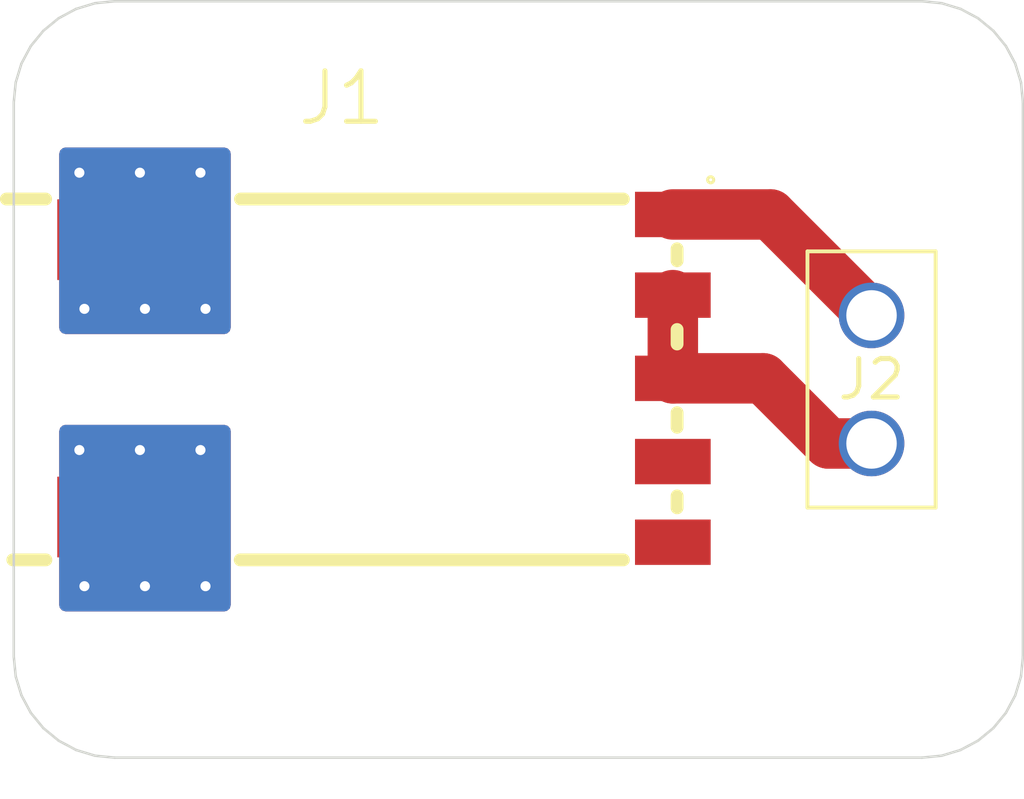
<source format=kicad_pcb>
(kicad_pcb (version 20211014) (generator pcbnew)
  (layers (0 "F.Cu" signal) (31 "B.Cu" signal) (34 "B.Paste" user) (35 "F.Paste" user) (36 "B.SilkS" user "B.Silkscreen") (37 "F.SilkS" user "F.Silkscreen") (38 "B.Mask" user) (39 "F.Mask" user) (44 "Edge.Cuts" user))
  (net 0 "")
  (net 1 "NEG")
  (net 2 "POS")
  (net 3 "6")
  (footprint "jack:pin_header_pkg" (layer "F.Cu") (at 155.5 105)
    (fp_text reference "J2" (at 0 0) (layer "F.SilkS") (effects (font (size 0.762 0.762) (thickness 0.1))))
    (fp_text value "" (at 0 0) (layer "F.SilkS") (effects (font (size 1.27 1.27))))
    (fp_line (start 1.27 -2.54) (end -1.27 -2.54) (layer "F.SilkS") (width 0.0762))
    (fp_line (start 1.27 2.54) (end 1.27 -2.54) (layer "F.SilkS") (width 0.0762))
    (fp_line (start -1.27 -2.54) (end -1.27 2.54) (layer "F.SilkS") (width 0.0762))
    (fp_line (start -1.27 2.54) (end 1.27 2.54) (layer "F.SilkS") (width 0.0762))
    (pad "1" thru_hole circle locked (at 0 -1.27) (size 1.3 1.3) (drill 1) (layers *.Cu) (net 1 "NEG"))
    (pad "2" thru_hole circle locked (at 0 1.27) (size 1.3 1.3) (drill 1) (layers *.Cu) (net 2 "POS"))
  )
  (footprint "jack:C145801_12" (layer "F.Cu") (at 145 105)
    (fp_text reference "J1" (at 0 -5.577978) (layer "F.SilkS") (effects (font (thickness 0.1))))
    (fp_text value "" (at 0 0) (layer "F.SilkS") (effects (font (size 1.27 1.27))))
    (fp_line (start -6.64605 -3.577978) (end -5.868987 -3.577978) (layer "F.SilkS") (width 0.254001))
    (fp_line (start -5.863526 3.577978) (end -6.518034 3.577978) (layer "F.SilkS") (width 0.254001))
    (fp_line (start 6.64605 2.309754) (end 6.64605 2.545974) (layer "F.SilkS") (width 0.254001))
    (fp_line (start 6.64605 -2.590932) (end 6.64605 -2.353188) (layer "F.SilkS") (width 0.254001))
    (fp_line (start 6.64605 -0.990729) (end 6.64605 -0.702692) (layer "F.SilkS") (width 0.254001))
    (fp_line (start -2.006985 -3.577978) (end 5.580772 -3.577978) (layer "F.SilkS") (width 0.254001))
    (fp_line (start 6.64605 0.65875) (end 6.64605 0.948311) (layer "F.SilkS") (width 0.254001))
    (fp_line (start 5.581534 3.577978) (end -2.012522 3.577978) (layer "F.SilkS") (width 0.254001))
    (fp_arc (start 7.342037 -3.958979) (mid 7.282043 -3.958979) (end 7.342037 -3.958979) (layer "F.SilkS") (width 0.059995))
    (pad "1" smd rect locked (at 6.561976 -3.271908) (size 1.5 0.9) (layers "F.Cu" "F.Paste" "F.Mask") (net 1 "NEG"))
    (pad "2" smd rect locked (at 6.561976 -1.671958) (size 1.5 0.9) (layers "F.Cu" "F.Paste" "F.Mask") (net 2 "POS"))
    (pad "3" smd rect locked (at 6.561976 1.629032) (size 1.5 0.9) (layers "F.Cu" "F.Paste" "F.Mask"))
    (pad "4" smd rect locked (at 6.561976 3.227965) (size 1.5 0.9) (layers "F.Cu" "F.Paste" "F.Mask"))
    (pad "5" smd rect locked (at 6.561976 -0.021971) (size 1.5 0.9) (layers "F.Cu" "F.Paste" "F.Mask") (net 2 "POS"))
    (pad "6" smd rect locked (at -3.937897 -2.771781) (size 3.4 1.6) (layers "F.Cu" "F.Paste" "F.Mask") (net 3 "6"))
    (pad "7" smd rect locked (at -3.937897 2.728092) (size 3.4 1.6) (layers "F.Cu" "F.Paste" "F.Mask") (net 3 "6"))
  )
  (gr_line (start 158.162939 98.38886) (end 157.914214 98.085786) (layer "Edge.Cuts") (width 0.05))
  (gr_line (start 138.652241 98.734633) (end 138.538429 99.109819) (layer "Edge.Cuts") (width 0.05))
  (gr_line (start 158.347759 111.265367) (end 158.461571 110.890181) (layer "Edge.Cuts") (width 0.05))
  (gr_line (start 156.890181 97.538429) (end 156.5 97.5) (layer "Edge.Cuts") (width 0.05))
  (gr_line (start 158.5 99.5) (end 158.461571 99.109819) (layer "Edge.Cuts") (width 0.05))
  (gr_line (start 138.538429 110.890181) (end 138.652241 111.265367) (layer "Edge.Cuts") (width 0.05))
  (gr_line (start 138.5 110.5) (end 138.538429 110.890181) (layer "Edge.Cuts") (width 0.05))
  (gr_line (start 140.5 97.5) (end 140.109819 97.538429) (layer "Edge.Cuts") (width 0.05))
  (gr_line (start 158.5 110.5) (end 158.5 99.5) (layer "Edge.Cuts") (width 0.05))
  (gr_line (start 138.652241 111.265367) (end 138.837061 111.61114) (layer "Edge.Cuts") (width 0.05))
  (gr_line (start 138.837061 98.38886) (end 138.652241 98.734633) (layer "Edge.Cuts") (width 0.05))
  (gr_line (start 158.461571 110.890181) (end 158.5 110.5) (layer "Edge.Cuts") (width 0.05))
  (gr_line (start 157.265367 112.347759) (end 157.61114 112.162939) (layer "Edge.Cuts") (width 0.05))
  (gr_line (start 140.5 112.5) (end 156.5 112.5) (layer "Edge.Cuts") (width 0.05))
  (gr_line (start 157.914214 98.085786) (end 157.61114 97.837061) (layer "Edge.Cuts") (width 0.05))
  (gr_line (start 158.347759 98.734633) (end 158.162939 98.38886) (layer "Edge.Cuts") (width 0.05))
  (gr_line (start 138.837061 111.61114) (end 139.085786 111.914214) (layer "Edge.Cuts") (width 0.05))
  (gr_line (start 139.734633 112.347759) (end 140.109819 112.461571) (layer "Edge.Cuts") (width 0.05))
  (gr_line (start 157.265367 97.652241) (end 156.890181 97.538429) (layer "Edge.Cuts") (width 0.05))
  (gr_line (start 139.734633 97.652241) (end 139.38886 97.837061) (layer "Edge.Cuts") (width 0.05))
  (gr_line (start 139.38886 97.837061) (end 139.085786 98.085786) (layer "Edge.Cuts") (width 0.05))
  (gr_line (start 158.162939 111.61114) (end 158.347759 111.265367) (layer "Edge.Cuts") (width 0.05))
  (gr_line (start 139.085786 111.914214) (end 139.38886 112.162939) (layer "Edge.Cuts") (width 0.05))
  (gr_line (start 157.61114 112.162939) (end 157.914214 111.914214) (layer "Edge.Cuts") (width 0.05))
  (gr_line (start 138.5 99.5) (end 138.5 110.5) (layer "Edge.Cuts") (width 0.05))
  (gr_line (start 139.38886 112.162939) (end 139.734633 112.347759) (layer "Edge.Cuts") (width 0.05))
  (gr_line (start 140.109819 112.461571) (end 140.5 112.5) (layer "Edge.Cuts") (width 0.05))
  (gr_line (start 156.5 112.5) (end 156.890181 112.461571) (layer "Edge.Cuts") (width 0.05))
  (gr_line (start 140.109819 97.538429) (end 139.734633 97.652241) (layer "Edge.Cuts") (width 0.05))
  (gr_line (start 156.5 97.5) (end 140.5 97.5) (layer "Edge.Cuts") (width 0.05))
  (gr_line (start 138.538429 99.109819) (end 138.5 99.5) (layer "Edge.Cuts") (width 0.05))
  (gr_line (start 157.61114 97.837061) (end 157.265367 97.652241) (layer "Edge.Cuts") (width 0.05))
  (gr_line (start 139.085786 98.085786) (end 138.837061 98.38886) (layer "Edge.Cuts") (width 0.05))
  (gr_line (start 157.914214 111.914214) (end 158.162939 111.61114) (layer "Edge.Cuts") (width 0.05))
  (gr_line (start 158.461571 99.109819) (end 158.347759 98.734633) (layer "Edge.Cuts") (width 0.05))
  (gr_line (start 156.890181 112.461571) (end 157.265367 112.347759) (layer "Edge.Cuts") (width 0.05))
  (segment (start 153.498092 101.728092) (end 155.5 103.73) (width 1) (layer "F.Cu") (net 1))
  (segment (start 151.561976 101.728092) (end 153.498092 101.728092) (width 1) (layer "F.Cu") (net 1))
  (segment (start 151.561976 103.328042) (end 151.561976 104.978029) (width 1) (layer "F.Cu") (net 2))
  (segment (start 153.353029 104.978029) (end 154.645 106.27) (width 1) (layer "F.Cu") (net 2))
  (segment (start 151.561976 104.978029) (end 153.353029 104.978029) (width 1) (layer "F.Cu") (net 2))
  (segment (start 154.645 106.27) (end 155.5 106.27) (width 1) (layer "F.Cu") (net 2))
  (via (at 142.3 103.6) (size 0.46) (drill 0.2) (layers "F.Cu" "B.Cu") (net 3))
  (via (at 139.9 103.6) (size 0.46) (drill 0.2) (layers "F.Cu" "B.Cu") (net 3))
  (via (at 142.3 109.1) (size 0.46) (drill 0.2) (layers "F.Cu" "B.Cu") (net 3))
  (via (at 141.1 109.1) (size 0.46) (drill 0.2) (layers "F.Cu" "B.Cu") (net 3))
  (via (at 142.2 100.9) (size 0.46) (drill 0.2) (layers "F.Cu" "B.Cu") (net 3))
  (via (at 139.9 109.1) (size 0.46) (drill 0.2) (layers "F.Cu" "B.Cu") (net 3))
  (via (at 141.1 103.6) (size 0.46) (drill 0.2) (layers "F.Cu" "B.Cu") (net 3))
  (via (at 139.8 106.4) (size 0.46) (drill 0.2) (layers "F.Cu" "B.Cu") (net 3))
  (via (at 142.2 106.4) (size 0.46) (drill 0.2) (layers "F.Cu" "B.Cu") (net 3))
  (via (at 139.8 100.9) (size 0.46) (drill 0.2) (layers "F.Cu" "B.Cu") (net 3))
  (via (at 141 100.9) (size 0.46) (drill 0.2) (layers "F.Cu" "B.Cu") (net 3))
  (via (at 141 106.4) (size 0.46) (drill 0.2) (layers "F.Cu" "B.Cu") (net 3))
  (zone (net 3) (net_name "6") (layers F&B.Cu) (connect_pads yes (clearance 0)) (min_thickness 0.254) (fill yes (thermal_gap 0) (thermal_bridge_width 0.5))
    (polygon (pts (xy 142.8 104.1) (xy 139.4 104.1) (xy 139.4 100.4) (xy 142.8 100.4)))
  )
  (zone (net 3) (net_name "6") (layers F&B.Cu) (connect_pads yes (clearance 0)) (min_thickness 0.254) (fill yes (thermal_gap 0) (thermal_bridge_width 0.5))
    (polygon (pts (xy 142.8 109.6) (xy 139.4 109.6) (xy 139.4 105.9) (xy 142.8 105.9)))
  )
)
</source>
